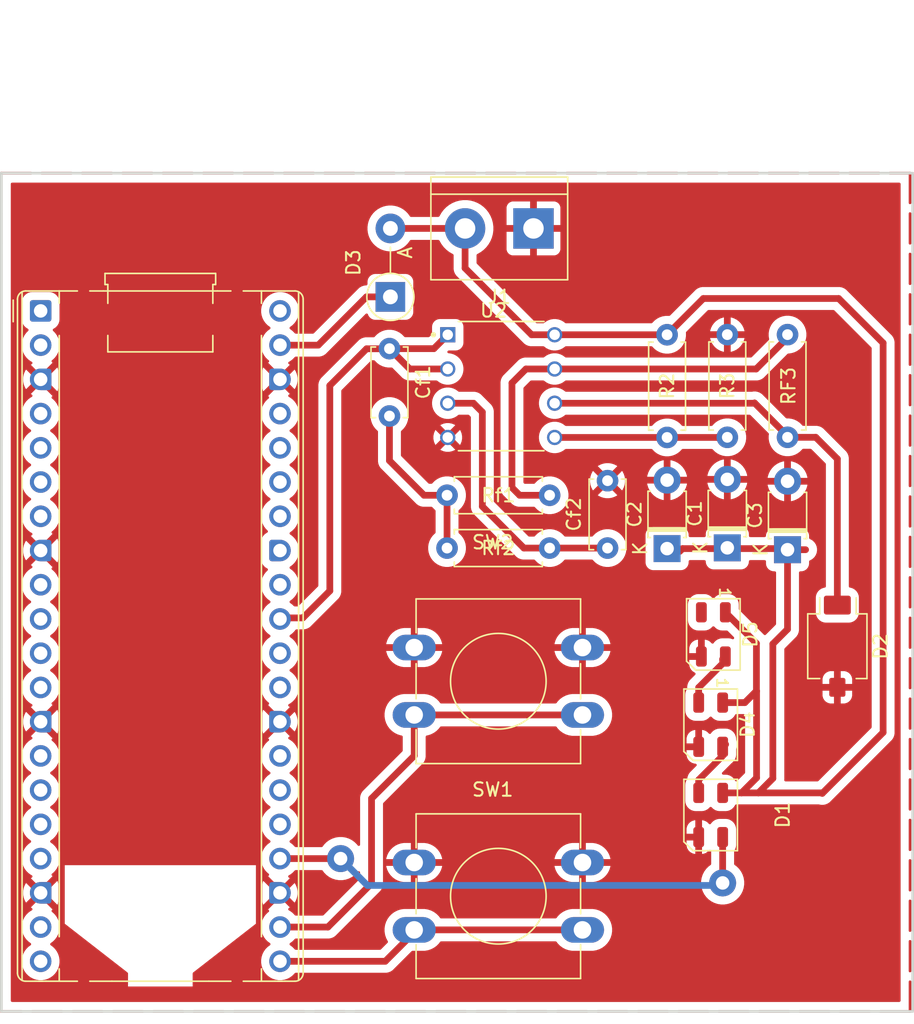
<source format=kicad_pcb>
(kicad_pcb (version 20241229) (generator "pcbnew") (generator_version "9.0")
  (layers (0 "F.Cu" signal) (2 "B.Cu" signal) (13 "F.Paste" user) (15 "B.Paste" user) (5 "F.SilkS" user "F.Silkscreen") (7 "B.SilkS" user "B.Silkscreen") (1 "F.Mask" user) (3 "B.Mask" user) (25 "Edge.Cuts" user))
  (net 0 "")
  (net 7 "GND")
  (net 24 "VCC")
  (net 31 "Net-(Cf1-Pad2)")
  (net 32 "Btn2")
  (net 33 "Btn1")
  (net 34 "Vfiltrado")
  (net 35 "Vled")
  (net 36 "Net-(U2A-+)")
  (net 37 "Net-(D2-K)")
  (net 38 "Net-(U2B-+)")
  (net 39 "/Filtro Antialiasing/Vpd")
  (net 40 "Net-(D1-DOUT)")
  (net 41 "Net-(D4-DOUT)")
  (footprint "TerminalBlock:TerminalBlock_bornier-2_P5.08mm" (layer "F.Cu") (at 122.3275 51.1 180)
    (property "Reference" "J1" (at 2.54 -5.08 0) (layer "F.SilkS"))
    (property "Value" "~")
    (fp_line (start 7.62 3.81) (end 7.62 -3.81) (stroke (width 0.12)) (layer "F.SilkS"))
    (fp_line (start 7.62 2.54) (end -2.54 2.54) (stroke (width 0.12)) (layer "F.SilkS"))
    (fp_line (start 7.62 -3.81) (end -2.54 -3.81) (stroke (width 0.12)) (layer "F.SilkS"))
    (fp_line (start -2.54 3.81) (end 7.62 3.81) (stroke (width 0.12)) (layer "F.SilkS"))
    (fp_line (start -2.54 -3.81) (end -2.54 3.81) (stroke (width 0.12)) (layer "F.SilkS"))
    (pad "1" thru_hole rect (at 0 0 180) (size 3 3) (drill 1.52) (layers "*.Cu" "*.Mask") (net 7 "GND"))
    (pad "2" thru_hole circle (at 5.08 0 180) (size 3 3) (drill 1.52) (layers "*.Cu" "*.Mask") (net 24 "VCC"))
  )
  (footprint "LED_SMD:LED_WS2812B-Mini_PLCC4_3.5x3.5mm" (layer "F.Cu") (at 135.49 87.925 -90)
    (property "Reference" "D4" (at 0 -2.75 90) (layer "F.SilkS"))
    (property "Value" "WS2812B")
    (fp_line (start -2.65 1.99) (end 1.99 1.99) (stroke (width 0.12)) (layer "F.SilkS"))
    (fp_line (start 2.65 1.3) (end 1.99 1.99) (stroke (width 0.12)) (layer "F.SilkS"))
    (fp_line (start 2.65 1.3) (end 2.65 -1.99) (stroke (width 0.12)) (layer "F.SilkS"))
    (fp_line (start -2.65 -1.99) (end -2.65 1.99) (stroke (width 0.12)) (layer "F.SilkS"))
    (fp_line (start -2.65 -1.99) (end 2.65 -1.99) (stroke (width 0.12)) (layer "F.SilkS"))
    (fp_text user "1" (at -3.1 -0.85 270) (layer "F.SilkS") (effects (font (size 0.8 0.8))))
    (pad "1" smd roundrect (at -1.64 -0.89 270) (size 1.5 0.8) (layers "F.Cu" "F.Mask" "F.Paste") (net 24 "VCC"))
    (pad "2" smd roundrect (at -1.64 0.89 270) (size 1.5 0.8) (layers "F.Cu" "F.Mask" "F.Paste") (net 41 "Net-(D4-DOUT)"))
    (pad "3" smd roundrect (at 1.64 0.89 270) (size 1.5 0.8) (layers "F.Cu" "F.Mask" "F.Paste") (net 7 "GND"))
    (pad "4" smd roundrect (at 1.64 -0.89 270) (size 1.5 0.8) (layers "F.Cu" "F.Mask" "F.Paste") (net 40 "Net-(D1-DOUT)"))
  )
  (footprint "Module:RaspberryPi_Pico_Common_THT" (layer "F.Cu") (at 85.72 57.22)
    (property "Reference" "A1" (hide yes))
    (property "Value" "RaspberryPi_Pico_W")
    (fp_line (start -2.04 0.8) (end -2.04 -0.8) (stroke (width 0.12)) (layer "F.SilkS"))
    (fp_line (start -1.72 -0.87) (end -1.72 49.13) (stroke (width 0.12)) (layer "F.SilkS"))
    (fp_line (start -1.38 -1.417) (end -1.38 49.677) (stroke (width 0.12)) (layer "F.SilkS"))
    (fp_line (start -1.11 -1.48) (end 1.38 -1.48) (stroke (width 0.12)) (layer "F.SilkS"))
    (fp_line (start -1.11 49.74) (end 2.727939 49.74) (stroke (width 0.12)) (layer "F.SilkS"))
    (fp_line (start 1.38 -1.48) (end 1.38 -0.56648) (stroke (width 0.12)) (layer "F.SilkS"))
    (fp_line (start 1.38 -1.48) (end 2.72794 -1.48) (stroke (width 0.12)) (layer "F.SilkS"))
    (fp_line (start 1.38 1.82648) (end 1.38 46.43352) (stroke (width 0.12)) (layer "F.SilkS"))
    (fp_line (start 1.38 48.82648) (end 1.38 49.74) (stroke (width 0.12)) (layer "F.SilkS"))
    (fp_line (start 3.652061 -1.48) (end 4.655 -1.48) (stroke (width 0.12)) (layer "F.SilkS"))
    (fp_line (start 4.655 -1.48) (end 13.125 -1.48) (stroke (width 0.12)) (layer "F.SilkS"))
    (fp_line (start 4.78 -2.78) (end 4.78 -1.96) (stroke (width 0.12)) (layer "F.SilkS"))
    (fp_line (start 4.78 -2.78) (end 13 -2.78) (stroke (width 0.12)) (layer "F.SilkS"))
    (fp_line (start 4.78 -1.96) (end 4.99 -1.96) (stroke (width 0.12)) (layer "F.SilkS"))
    (fp_line (start 4.99 -1.96) (end 4.99 -0.564) (stroke (width 0.12)) (layer "F.SilkS"))
    (fp_line (start 4.99 1.824) (end 4.99 3.04) (stroke (width 0.12)) (layer "F.SilkS"))
    (fp_line (start 5.29 49.74) (end 3.652061 49.74) (stroke (width 0.12)) (layer "F.SilkS"))
    (fp_line (start 12.49 49.74) (end 5.29 49.74) (stroke (width 0.12)) (layer "F.SilkS"))
    (fp_line (start 12.79 -1.96) (end 12.79 -0.564) (stroke (width 0.12)) (layer "F.SilkS"))
    (fp_line (start 12.79 1.824) (end 12.79 3.04) (stroke (width 0.12)) (layer "F.SilkS"))
    (fp_line (start 12.79 3.04) (end 4.99 3.04) (stroke (width 0.12)) (layer "F.SilkS"))
    (fp_line (start 13 -2.78) (end 13 -1.96) (stroke (width 0.12)) (layer "F.SilkS"))
    (fp_line (start 13 -1.96) (end 12.79 -1.96) (stroke (width 0.12)) (layer "F.SilkS"))
    (fp_line (start 13.125 -1.48) (end 14.127939 -1.48) (stroke (width 0.12)) (layer "F.SilkS"))
    (fp_line (start 14.127939 49.74) (end 12.49 49.74) (stroke (width 0.12)) (layer "F.SilkS"))
    (fp_line (start 15.052061 -1.48) (end 16.4 -1.48) (stroke (width 0.12)) (layer "F.SilkS"))
    (fp_line (start 15.052061 49.74) (end 18.89 49.74) (stroke (width 0.12)) (layer "F.SilkS"))
    (fp_line (start 16.4 -1.48) (end 16.4 -0.56648) (stroke (width 0.12)) (layer "F.SilkS"))
    (fp_line (start 16.4 1.82648) (end 16.4 46.43352) (stroke (width 0.12)) (layer "F.SilkS"))
    (fp_line (start 16.4 48.82648) (end 16.4 49.74) (stroke (width 0.12)) (layer "F.SilkS"))
    (fp_line (start 18.89 -1.48) (end 16.4 -1.48) (stroke (width 0.12)) (layer "F.SilkS"))
    (fp_line (start 19.16 49.677) (end 19.16 -1.417) (stroke (width 0.12)) (layer "F.SilkS"))
    (fp_line (start 19.5 -0.87) (end 19.5 49.13) (stroke (width 0.12)) (layer "F.SilkS"))
    (fp_arc (start -1.72 -0.87) (mid -1.541335 -1.301335) (end -1.11 -1.48) (stroke (width 0.12)) (layer "F.SilkS"))
    (fp_arc (start -1.11 49.74) (mid -1.541364 49.561364) (end -1.72 49.13) (stroke (width 0.12)) (layer "F.SilkS"))
    (fp_arc (start 18.89 -1.48) (mid 19.321335 -1.301335) (end 19.5 -0.87) (stroke (width 0.12)) (layer "F.SilkS"))
    (fp_arc (start 19.5 49.13) (mid 19.321335 49.561335) (end 18.89 49.74) (stroke (width 0.12)) (layer "F.SilkS"))
    (pad "1" thru_hole roundrect (at 0 0) (size 1.6 1.6) (drill 1) (layers "*.Cu" "*.Mask") (roundrect_rratio 0.125))
    (pad "2" thru_hole circle (at 0 2.54) (size 1.6 1.6) (drill 1) (layers "*.Cu" "*.Mask"))
    (pad "3" thru_hole custom (at 0 5.08) (size 1.6 1.6) (drill 1) (layers "*.Cu" "*.Mask") (net 7 "GND") (options (clearance outline) (anchor circle)) (primitives (gr_poly (pts (xy 0.8 0.6) (xy 0.8 -0.6) (xy 0.6 -0.8) (xy 0 -0.8) (xy 0 0.8) (xy 0.6 0.8)) (width 0) (fill yes)) (gr_circle (center 0.6 0.6) (end 0.8 0.6) (width 0) (fill yes)) (gr_circle (center 0.6 -0.6) (end 0.8 -0.6) (width 0) (fill yes))))
    (pad "4" thru_hole circle (at 0 7.62) (size 1.6 1.6) (drill 1) (layers "*.Cu" "*.Mask"))
    (pad "5" thru_hole circle (at 0 10.16) (size 1.6 1.6) (drill 1) (layers "*.Cu" "*.Mask"))
    (pad "6" thru_hole circle (at 0 12.7) (size 1.6 1.6) (drill 1) (layers "*.Cu" "*.Mask"))
    (pad "7" thru_hole circle (at 0 15.24) (size 1.6 1.6) (drill 1) (layers "*.Cu" "*.Mask"))
    (pad "8" thru_hole custom (at 0 17.78) (size 1.6 1.6) (drill 1) (layers "*.Cu" "*.Mask") (net 7 "GND") (options (clearance outline) (anchor circle)) (primitives (gr_poly (pts (xy 0.8 0.6) (xy 0.8 -0.6) (xy 0.6 -0.8) (xy 0 -0.8) (xy 0 0.8) (xy 0.6 0.8)) (width 0) (fill yes)) (gr_circle (center 0.6 0.6) (end 0.8 0.6) (width 0) (fill yes)) (gr_circle (center 0.6 -0.6) (end 0.8 -0.6) (width 0) (fill yes))))
    (pad "9" thru_hole circle (at 0 20.32) (size 1.6 1.6) (drill 1) (layers "*.Cu" "*.Mask"))
    (pad "10" thru_hole circle (at 0 22.86) (size 1.6 1.6) (drill 1) (layers "*.Cu" "*.Mask"))
    (pad "11" thru_hole circle (at 0 25.4) (size 1.6 1.6) (drill 1) (layers "*.Cu" "*.Mask"))
    (pad "12" thru_hole circle (at 0 27.94) (size 1.6 1.6) (drill 1) (layers "*.Cu" "*.Mask"))
    (pad "13" thru_hole custom (at 0 30.48) (size 1.6 1.6) (drill 1) (layers "*.Cu" "*.Mask") (net 7 "GND") (options (clearance outline) (anchor circle)) (primitives (gr_poly (pts (xy 0.8 0.6) (xy 0.8 -0.6) (xy 0.6 -0.8) (xy 0 -0.8) (xy 0 0.8) (xy 0.6 0.8)) (width 0) (fill yes)) (gr_circle (center 0.6 0.6) (end 0.8 0.6) (width 0) (fill yes)) (gr_circle (center 0.6 -0.6) (end 0.8 -0.6) (width 0) (fill yes))))
    (pad "14" thru_hole circle (at 0 33.02) (size 1.6 1.6) (drill 1) (layers "*.Cu" "*.Mask"))
    (pad "15" thru_hole circle (at 0 35.56) (size 1.6 1.6) (drill 1) (layers "*.Cu" "*.Mask"))
    (pad "16" thru_hole circle (at 0 38.1) (size 1.6 1.6) (drill 1) (layers "*.Cu" "*.Mask"))
    (pad "17" thru_hole circle (at 0 40.64) (size 1.6 1.6) (drill 1) (layers "*.Cu" "*.Mask"))
    (pad "18" thru_hole custom (at 0 43.18) (size 1.6 1.6) (drill 1) (layers "*.Cu" "*.Mask") (net 7 "GND") (options (clearance outline) (anchor circle)) (primitives (gr_poly (pts (xy 0.8 0.6) (xy 0.8 -0.6) (xy 0.6 -0.8) (xy 0 -0.8) (xy 0 0.8) (xy 0.6 0.8)) (width 0) (fill yes)) (gr_circle (center 0.6 0.6) (end 0.8 0.6) (width 0) (fill yes)) (gr_circle (center 0.6 -0.6) (end 0.8 -0.6) (width 0) (fill yes))))
    (pad "19" thru_hole circle (at 0 45.72) (size 1.6 1.6) (drill 1) (layers "*.Cu" "*.Mask"))
    (pad "20" thru_hole circle (at 0 48.26) (size 1.6 1.6) (drill 1) (layers "*.Cu" "*.Mask"))
    (pad "21" thru_hole circle (at 17.78 48.26) (size 1.6 1.6) (drill 1) (layers "*.Cu" "*.Mask") (net 33 "Btn1"))
    (pad "22" thru_hole circle (at 17.78 45.72) (size 1.6 1.6) (drill 1) (layers "*.Cu" "*.Mask") (net 32 "Btn2"))
    (pad "23" thru_hole custom (at 17.78 43.18) (size 1.6 1.6) (drill 1) (layers "*.Cu" "*.Mask") (net 7 "GND") (options (clearance outline) (anchor circle)) (primitives (gr_poly (pts (xy -0.8 0.6) (xy -0.8 -0.6) (xy -0.6 -0.8) (xy 0 -0.8) (xy 0 0.8) (xy -0.6 0.8)) (width 0) (fill yes)) (gr_circle (center -0.6 0.6) (end -0.4 0.6) (width 0) (fill yes)) (gr_circle (center -0.6 -0.6) (end -0.4 -0.6) (width 0) (fill yes))))
    (pad "24" thru_hole circle (at 17.78 40.64) (size 1.6 1.6) (drill 1) (layers "*.Cu" "*.Mask") (net 35 "Vled"))
    (pad "25" thru_hole circle (at 17.78 38.1) (size 1.6 1.6) (drill 1) (layers "*.Cu" "*.Mask"))
    (pad "26" thru_hole circle (at 17.78 35.56) (size 1.6 1.6) (drill 1) (layers "*.Cu" "*.Mask"))
    (pad "27" thru_hole circle (at 17.78 33.02) (size 1.6 1.6) (drill 1) (layers "*.Cu" "*.Mask"))
    (pad "28" thru_hole custom (at 17.78 30.48) (size 1.6 1.6) (drill 1) (layers "*.Cu" "*.Mask") (net 7 "GND") (options (clearance outline) (anchor circle)) (primitives (gr_poly (pts (xy -0.8 0.6) (xy -0.8 -0.6) (xy -0.6 -0.8) (xy 0 -0.8) (xy 0 0.8) (xy -0.6 0.8)) (width 0) (fill yes)) (gr_circle (center -0.6 0.6) (end -0.4 0.6) (width 0) (fill yes)) (gr_circle (center -0.6 -0.6) (end -0.4 -0.6) (width 0) (fill yes))))
    (pad "29" thru_hole circle (at 17.78 27.94) (size 1.6 1.6) (drill 1) (layers "*.Cu" "*.Mask"))
    (pad "30" thru_hole circle (at 17.78 25.4) (size 1.6 1.6) (drill 1) (layers "*.Cu" "*.Mask"))
    (pad "31" thru_hole circle (at 17.78 22.86) (size 1.6 1.6) (drill 1) (layers "*.Cu" "*.Mask") (net 34 "Vfiltrado"))
    (pad "32" thru_hole circle (at 17.78 20.32) (size 1.6 1.6) (drill 1) (layers "*.Cu" "*.Mask"))
    (pad "33" thru_hole custom (at 17.78 17.78) (size 1.6 1.6) (drill 1) (layers "*.Cu" "*.Mask") (options (clearance outline) (anchor circle)) (primitives (gr_poly (pts (xy -0.8 0.6) (xy -0.8 -0.6) (xy -0.6 -0.8) (xy 0 -0.8) (xy 0 0.8) (xy -0.6 0.8)) (width 0) (fill yes)) (gr_circle (center -0.6 0.6) (end -0.4 0.6) (width 0) (fill yes)) (gr_circle (center -0.6 -0.6) (end -0.4 -0.6) (width 0) (fill yes))))
    (pad "34" thru_hole circle (at 17.78 15.24) (size 1.6 1.6) (drill 1) (layers "*.Cu" "*.Mask"))
    (pad "35" thru_hole circle (at 17.78 12.7) (size 1.6 1.6) (drill 1) (layers "*.Cu" "*.Mask"))
    (pad "36" thru_hole circle (at 17.78 10.16) (size 1.6 1.6) (drill 1) (layers "*.Cu" "*.Mask"))
    (pad "37" thru_hole circle (at 17.78 7.62) (size 1.6 1.6) (drill 1) (layers "*.Cu" "*.Mask"))
    (pad "38" thru_hole custom (at 17.78 5.08) (size 1.6 1.6) (drill 1) (layers "*.Cu" "*.Mask") (net 7 "GND") (options (clearance outline) (anchor circle)) (primitives (gr_poly (pts (xy -0.8 0.6) (xy -0.8 -0.6) (xy -0.6 -0.8) (xy 0 -0.8) (xy 0 0.8) (xy -0.6 0.8)) (width 0) (fill yes)) (gr_circle (center -0.6 0.6) (end -0.4 0.6) (width 0) (fill yes)) (gr_circle (center -0.6 -0.6) (end -0.4 -0.6) (width 0) (fill yes))))
    (pad "39" thru_hole circle (at 17.78 2.54) (size 1.6 1.6) (drill 1) (layers "*.Cu" "*.Mask") (net 24 "VCC"))
    (pad "40" thru_hole circle (at 17.78 0) (size 1.6 1.6) (drill 1) (layers "*.Cu" "*.Mask"))
    (zone (net 0) (net_name "") (layers "F.Cu" "B.Cu" "F.Paste" "B.Paste") (name "Antenna Copper Keep Out") (connect_pads (clearance 0)) (min_thickness 0.254)
      (keepout (tracks not_allowed) (vias not_allowed) (pads not_allowed) (copperpour not_allowed) (footprints allowed))
      (fill (thermal_gap 0.508) (thermal_bridge_width 0.508))
      (polygon (pts (xy 92.21 106.339895) (xy 87.51 102.689895) (xy 87.51 98.35) (xy 101.71 98.35) (xy 101.71 102.689895) (xy 97.01 106.339895) (xy 97.01 107.35) (xy 92.21 107.35)))
    )
  )
  (footprint "LED_SMD:LED_WS2812B-Mini_PLCC4_3.5x3.5mm" (layer "F.Cu") (at 135.49 94.625 -90)
    (property "Reference" "D1" (at 0 -5.35 90) (layer "F.SilkS"))
    (property "Value" "WS2812B")
    (fp_line (start -2.65 1.99) (end 1.99 1.99) (stroke (width 0.12)) (layer "F.SilkS"))
    (fp_line (start 2.65 1.3) (end 1.99 1.99) (stroke (width 0.12)) (layer "F.SilkS"))
    (fp_line (start 2.65 1.3) (end 2.65 -1.99) (stroke (width 0.12)) (layer "F.SilkS"))
    (fp_line (start -2.65 -1.99) (end -2.65 1.99) (stroke (width 0.12)) (layer "F.SilkS"))
    (fp_line (start -2.65 -1.99) (end 2.65 -1.99) (stroke (width 0.12)) (layer "F.SilkS"))
    (pad "1" smd roundrect (at -1.64 -0.89 270) (size 1.5 0.8) (layers "F.Cu" "F.Mask" "F.Paste") (net 24 "VCC"))
    (pad "2" smd roundrect (at -1.64 0.89 270) (size 1.5 0.8) (layers "F.Cu" "F.Mask" "F.Paste") (net 40 "Net-(D1-DOUT)"))
    (pad "3" smd roundrect (at 1.64 0.89 270) (size 1.5 0.8) (layers "F.Cu" "F.Mask" "F.Paste") (net 7 "GND"))
    (pad "4" smd roundrect (at 1.64 -0.89 270) (size 1.5 0.8) (layers "F.Cu" "F.Mask" "F.Paste") (net 35 "Vled"))
  )
  (footprint "Button_Switch_THT:SW_PUSH-12mm" (layer "F.Cu") (at 113.4675 98.15)
    (property "Reference" "SW1" (at 5.83 -5.41 0) (layer "F.SilkS"))
    (property "Value" "SW_Push")
    (fp_line (start 0.14 -3.61) (end 0.14 -1.1) (stroke (width 0.12)) (layer "F.SilkS"))
    (fp_line (start 0.14 -3.61) (end 12.36 -3.61) (stroke (width 0.12)) (layer "F.SilkS"))
    (fp_line (start 0.14 1.2) (end 0.14 3.8) (stroke (width 0.12)) (layer "F.SilkS"))
    (fp_line (start 0.14 6.1) (end 0.14 8.61) (stroke (width 0.12)) (layer "F.SilkS"))
    (fp_line (start 12.36 -3.61) (end 12.36 -1.1) (stroke (width 0.12)) (layer "F.SilkS"))
    (fp_line (start 12.36 1.2) (end 12.36 3.8) (stroke (width 0.12)) (layer "F.SilkS"))
    (fp_line (start 12.36 6.1) (end 12.36 8.61) (stroke (width 0.12)) (layer "F.SilkS"))
    (fp_line (start 12.36 8.61) (end 0.14 8.61) (stroke (width 0.12)) (layer "F.SilkS"))
    (fp_circle (center 6.25 2.5) (end 9.8 2.5) (stroke (width 0.12)) (fill no) (layer "F.SilkS"))
    (pad "1" thru_hole oval (at 0 0) (size 3.2 1.9) (drill 1.3) (layers "*.Cu" "*.Mask") (net 7 "GND"))
    (pad "1" thru_hole oval (at 12.5 0) (size 3.2 1.9) (drill 1.3) (layers "*.Cu" "*.Mask") (net 7 "GND"))
    (pad "2" thru_hole oval (at 0 5) (size 3.2 1.9) (drill 1.3) (layers "*.Cu" "*.Mask") (net 33 "Btn1"))
    (pad "2" thru_hole oval (at 12.5 5) (size 3.2 1.9) (drill 1.3) (layers "*.Cu" "*.Mask") (net 33 "Btn1"))
  )
  (footprint "Resistor_THT:R_Axial_DIN0207_L6.3mm_D2.5mm_P7.62mm_Horizontal" (layer "F.Cu") (at 115.9075 74.818149)
    (property "Reference" "Rf2" (at 3.81 0 0) (layer "F.SilkS"))
    (property "Value" "22k")
    (fp_line (start 0.54 -1.37) (end 7.08 -1.37) (stroke (width 0.12)) (layer "F.SilkS"))
    (fp_line (start 0.54 -1.04) (end 0.54 -1.37) (stroke (width 0.12)) (layer "F.SilkS"))
    (fp_line (start 0.54 1.04) (end 0.54 1.37) (stroke (width 0.12)) (layer "F.SilkS"))
    (fp_line (start 0.54 1.37) (end 7.08 1.37) (stroke (width 0.12)) (layer "F.SilkS"))
    (fp_line (start 7.08 -1.37) (end 7.08 -1.04) (stroke (width 0.12)) (layer "F.SilkS"))
    (fp_line (start 7.08 1.37) (end 7.08 1.04) (stroke (width 0.12)) (layer "F.SilkS"))
    (pad "1" thru_hole circle (at 0 0) (size 1.6 1.6) (drill 0.8) (layers "*.Cu" "*.Mask") (net 31 "Net-(Cf1-Pad2)"))
    (pad "2" thru_hole oval (at 7.62 0) (size 1.6 1.6) (drill 0.8) (layers "*.Cu" "*.Mask") (net 36 "Net-(U2A-+)"))
  )
  (footprint "Capacitor_THT:C_Disc_D5.0mm_W2.5mm_P5.00mm" (layer "F.Cu") (at 127.83 74.818149 90)
    (property "Reference" "Cf2" (at 2.5 -2.5 90) (layer "F.SilkS"))
    (property "Value" "25n")
    (fp_line (start 5.12 -1.37) (end 5.12 -1.033) (stroke (width 0.12)) (layer "F.SilkS"))
    (fp_line (start -0.12 -1.37) (end 5.12 -1.37) (stroke (width 0.12)) (layer "F.SilkS"))
    (fp_line (start -0.12 -1.37) (end -0.12 -1.033) (stroke (width 0.12)) (layer "F.SilkS"))
    (fp_line (start 5.12 1.033) (end 5.12 1.37) (stroke (width 0.12)) (layer "F.SilkS"))
    (fp_line (start -0.12 1.033) (end -0.12 1.37) (stroke (width 0.12)) (layer "F.SilkS"))
    (fp_line (start -0.12 1.37) (end 5.12 1.37) (stroke (width 0.12)) (layer "F.SilkS"))
    (pad "1" thru_hole circle (at 0 0 90) (size 1.6 1.6) (drill 0.8) (layers "*.Cu" "*.Mask") (net 36 "Net-(U2A-+)"))
    (pad "2" thru_hole circle (at 5 0 90) (size 1.6 1.6) (drill 0.8) (layers "*.Cu" "*.Mask") (net 7 "GND"))
  )
  (footprint "OptoDevice:Osram_BPW34S-SMD" (layer "F.Cu") (at 144.9 82.1 -90)
    (property "Reference" "D2" (at 0.01 -3.2 90) (layer "F.SilkS"))
    (property "Value" "BPW34-SMD")
    (fp_line (start -2.4 2.2) (end 2.4 2.2) (stroke (width 0.12)) (layer "F.SilkS"))
    (fp_line (start 2.4 2.2) (end 2.4 1.31) (stroke (width 0.12)) (layer "F.SilkS"))
    (fp_line (start -3.59 1.31) (end -2.4 1.31) (stroke (width 0.12)) (layer "F.SilkS"))
    (fp_line (start -2.4 1.31) (end -2.4 2.2) (stroke (width 0.12)) (layer "F.SilkS"))
    (fp_line (start -2.41 -1.4) (end -3.59 -1.4) (stroke (width 0.12)) (layer "F.SilkS"))
    (fp_line (start 2.4 -1.4) (end 2.4 -2.2) (stroke (width 0.12)) (layer "F.SilkS"))
    (fp_line (start -2.4 -2.2) (end -2.4 -1.4) (stroke (width 0.12)) (layer "F.SilkS"))
    (fp_line (start 2.4 -2.2) (end -2.4 -2.2) (stroke (width 0.12)) (layer "F.SilkS"))
    (pad "1" smd roundrect (at -3.05 0 90) (size 1.4 2) (layers "F.Cu" "F.Mask") (roundrect_rratio 0.125) (net 37 "Net-(D2-K)"))
    (pad "2" smd roundrect (at 3.05 0 90) (size 1.4 1.2) (layers "F.Cu" "F.Mask") (roundrect_rratio 0.125) (net 7 "GND"))
  )
  (footprint "Diode_THT:D_T-1_P5.08mm_Horizontal" (layer "F.Cu") (at 141.2 74.94 90)
    (property "Reference" "C3" (at 2.54 -2.42 90) (layer "F.SilkS"))
    (property "Value" "C")
    (fp_line (start 4.26 -1.42) (end 4.26 -1.24) (stroke (width 0.12)) (layer "F.SilkS") (net 1))
    (fp_line (start 1.54 -1.42) (end 1.54 1.42) (stroke (width 0.12)) (layer "F.SilkS") (net 1))
    (fp_line (start 1.42 -1.42) (end 1.42 1.42) (stroke (width 0.12)) (layer "F.SilkS") (net 1))
    (fp_line (start 1.3 -1.42) (end 1.3 1.42) (stroke (width 0.12)) (layer "F.SilkS") (net 1))
    (fp_line (start 0.82 -1.42) (end 4.26 -1.42) (stroke (width 0.12)) (layer "F.SilkS") (net 1))
    (fp_line (start 0.82 -1.24) (end 0.82 -1.42) (stroke (width 0.12)) (layer "F.SilkS") (net 1))
    (fp_line (start 0.82 1.24) (end 0.82 1.42) (stroke (width 0.12)) (layer "F.SilkS") (net 1))
    (fp_line (start 4.26 1.42) (end 4.26 1.24) (stroke (width 0.12)) (layer "F.SilkS") (net 1))
    (fp_line (start 0.82 1.42) (end 4.26 1.42) (stroke (width 0.12)) (layer "F.SilkS") (net 1))
    (fp_text user "K" (at 0 -2 90) (layer "F.SilkS"))
    (pad "1" thru_hole rect (at 0 0 90) (size 2 2) (drill 1) (layers "*.Cu" "*.Mask") (net 24 "VCC"))
    (pad "2" thru_hole oval (at 5.08 0 90) (size 2 2) (drill 1) (layers "*.Cu" "*.Mask") (net 7 "GND"))
  )
  (footprint "custom:LM358" (layer "F.Cu") (at 119.93 62.8)
    (property "Reference" "U2" (at -0.565 -5.607 0) (layer "F.SilkS"))
    (property "Value" "LM358")
    (fp_line (start -3.175 -4.795) (end 3.175 -4.795) (stroke (width 0.127)) (layer "F.SilkS"))
    (fp_line (start -3.175 4.795) (end 3.175 4.795) (stroke (width 0.127)) (layer "F.SilkS"))
    (fp_circle (center -5.035 -3.81) (end -4.935 -3.81) (stroke (width 0.2)) (fill no) (layer "F.SilkS"))
    (pad "1" thru_hole rect (at -3.97 -3.81) (size 1.13 1.13) (drill 0.78) (layers "*.Cu" "*.Mask") (net 34 "Vfiltrado"))
    (pad "2" thru_hole circle (at -3.97 -1.27) (size 1.13 1.13) (drill 0.78) (layers "*.Cu" "*.Mask") (net 34 "Vfiltrado"))
    (pad "3" thru_hole circle (at -3.97 1.27) (size 1.13 1.13) (drill 0.78) (layers "*.Cu" "*.Mask") (net 36 "Net-(U2A-+)"))
    (pad "4" thru_hole circle (at -3.97 3.81) (size 1.13 1.13) (drill 0.78) (layers "*.Cu" "*.Mask") (net 7 "GND"))
    (pad "5" thru_hole circle (at 3.97 3.81) (size 1.13 1.13) (drill 0.78) (layers "*.Cu" "*.Mask") (net 38 "Net-(U2B-+)"))
    (pad "6" thru_hole circle (at 3.97 1.27) (size 1.13 1.13) (drill 0.78) (layers "*.Cu" "*.Mask") (net 37 "Net-(D2-K)"))
    (pad "7" thru_hole circle (at 3.97 -1.27) (size 1.13 1.13) (drill 0.78) (layers "*.Cu" "*.Mask") (net 39 "/Filtro Antialiasing/Vpd"))
    (pad "8" thru_hole circle (at 3.97 -3.81) (size 1.13 1.13) (drill 0.78) (layers "*.Cu" "*.Mask") (net 24 "VCC"))
  )
  (footprint "LED_SMD:LED_WS2812B-Mini_PLCC4_3.5x3.5mm" (layer "F.Cu") (at 135.69 81.225 -90)
    (property "Reference" "D5" (at 0 -2.75 90) (layer "F.SilkS"))
    (property "Value" "WS2812B")
    (fp_line (start -2.65 1.99) (end 1.99 1.99) (stroke (width 0.12)) (layer "F.SilkS"))
    (fp_line (start 2.65 1.3) (end 1.99 1.99) (stroke (width 0.12)) (layer "F.SilkS"))
    (fp_line (start 2.65 1.3) (end 2.65 -1.99) (stroke (width 0.12)) (layer "F.SilkS"))
    (fp_line (start -2.65 -1.99) (end -2.65 1.99) (stroke (width 0.12)) (layer "F.SilkS"))
    (fp_line (start -2.65 -1.99) (end 2.65 -1.99) (stroke (width 0.12)) (layer "F.SilkS"))
    (fp_text user "1" (at -3.1 -0.85 270) (layer "F.SilkS") (effects (font (size 0.8 0.8))))
    (pad "1" smd roundrect (at -1.64 -0.89 270) (size 1.5 0.8) (layers "F.Cu" "F.Mask" "F.Paste") (net 24 "VCC"))
    (pad "2" smd roundrect (at -1.64 0.89 270) (size 1.5 0.8) (layers "F.Cu" "F.Mask" "F.Paste"))
    (pad "3" smd roundrect (at 1.64 0.89 270) (size 1.5 0.8) (layers "F.Cu" "F.Mask" "F.Paste") (net 7 "GND"))
    (pad "4" smd roundrect (at 1.64 -0.89 270) (size 1.5 0.8) (layers "F.Cu" "F.Mask" "F.Paste") (net 41 "Net-(D4-DOUT)"))
  )
  (footprint "Diode_THT:D_DO-41_SOD81_P5.08mm_Vertical_AnodeUp" (layer "F.Cu") (at 111.7 56.18 90)
    (property "Reference" "D3" (at 2.54 -2.750635 90) (layer "F.SilkS"))
    (property "Value" "D_Schottky")
    (fp_line (start 1.750635 0) (end 3.68 0) (stroke (width 0.12)) (layer "F.SilkS"))
    (fp_circle (center 0 0) (end 1.750635 0) (stroke (width 0.12)) (fill no) (layer "F.SilkS"))
    (fp_text user "A" (at 3.28 1.1 90) (layer "F.SilkS"))
    (pad "1" thru_hole rect (at 0 0 90) (size 2.2 2.2) (drill 1.1) (layers "*.Cu" "*.Mask") (net 24 "VCC"))
    (pad "2" thru_hole oval (at 5.08 0 90) (size 2.2 2.2) (drill 1.1) (layers "*.Cu" "*.Mask") (net 24 "VCC"))
  )
  (footprint "Diode_THT:D_T-1_P5.08mm_Horizontal" (layer "F.Cu") (at 136.726667 74.8 90)
    (property "Reference" "C1" (at 2.54 -2.42 90) (layer "F.SilkS"))
    (property "Value" "C")
    (fp_line (start 4.26 -1.42) (end 4.26 -1.24) (stroke (width 0.12)) (layer "F.SilkS") (net 1))
    (fp_line (start 1.54 -1.42) (end 1.54 1.42) (stroke (width 0.12)) (layer "F.SilkS") (net 1))
    (fp_line (start 1.42 -1.42) (end 1.42 1.42) (stroke (width 0.12)) (layer "F.SilkS") (net 1))
    (fp_line (start 1.3 -1.42) (end 1.3 1.42) (stroke (width 0.12)) (layer "F.SilkS") (net 1))
    (fp_line (start 0.82 -1.42) (end 4.26 -1.42) (stroke (width 0.12)) (layer "F.SilkS") (net 1))
    (fp_line (start 0.82 -1.24) (end 0.82 -1.42) (stroke (width 0.12)) (layer "F.SilkS") (net 1))
    (fp_line (start 0.82 1.24) (end 0.82 1.42) (stroke (width 0.12)) (layer "F.SilkS") (net 1))
    (fp_line (start 4.26 1.42) (end 4.26 1.24) (stroke (width 0.12)) (layer "F.SilkS") (net 1))
    (fp_line (start 0.82 1.42) (end 4.26 1.42) (stroke (width 0.12)) (layer "F.SilkS") (net 1))
    (fp_text user "K" (at 0 -2 90) (layer "F.SilkS"))
    (pad "1" thru_hole rect (at 0 0 90) (size 2 2) (drill 1) (layers "*.Cu" "*.Mask") (net 24 "VCC"))
    (pad "2" thru_hole oval (at 5.08 0 90) (size 2 2) (drill 1) (layers "*.Cu" "*.Mask") (net 7 "GND"))
  )
  (footprint "Button_Switch_THT:SW_PUSH-12mm" (layer "F.Cu") (at 113.4675 82.2)
    (property "Reference" "SW2" (at 5.83 -7.81 0) (layer "F.SilkS"))
    (property "Value" "SW_Push")
    (fp_line (start 0.14 -3.61) (end 0.14 -1.1) (stroke (width 0.12)) (layer "F.SilkS"))
    (fp_line (start 0.14 -3.61) (end 12.36 -3.61) (stroke (width 0.12)) (layer "F.SilkS"))
    (fp_line (start 0.14 1.2) (end 0.14 3.8) (stroke (width 0.12)) (layer "F.SilkS"))
    (fp_line (start 0.14 6.1) (end 0.14 8.61) (stroke (width 0.12)) (layer "F.SilkS"))
    (fp_line (start 12.36 -3.61) (end 12.36 -1.1) (stroke (width 0.12)) (layer "F.SilkS"))
    (fp_line (start 12.36 1.2) (end 12.36 3.8) (stroke (width 0.12)) (layer "F.SilkS"))
    (fp_line (start 12.36 6.1) (end 12.36 8.61) (stroke (width 0.12)) (layer "F.SilkS"))
    (fp_line (start 12.36 8.61) (end 0.14 8.61) (stroke (width 0.12)) (layer "F.SilkS"))
    (fp_circle (center 6.25 2.5) (end 9.8 2.5) (stroke (width 0.12)) (fill no) (layer "F.SilkS"))
    (pad "1" thru_hole oval (at 0 0) (size 3.2 1.9) (drill 1.3) (layers "*.Cu" "*.Mask") (net 7 "GND"))
    (pad "1" thru_hole oval (at 12.5 0) (size 3.2 1.9) (drill 1.3) (layers "*.Cu" "*.Mask") (net 7 "GND"))
    (pad "2" thru_hole oval (at 0 5) (size 3.2 1.9) (drill 1.3) (layers "*.Cu" "*.Mask") (net 32 "Btn2"))
    (pad "2" thru_hole oval (at 12.5 5) (size 3.2 1.9) (drill 1.3) (layers "*.Cu" "*.Mask") (net 32 "Btn2"))
  )
  (footprint "Capacitor_THT:C_Disc_D5.0mm_W2.5mm_P5.00mm" (layer "F.Cu") (at 111.63 60.02 -90)
    (property "Reference" "Cf1" (at 2.5 -2.5 90) (layer "F.SilkS"))
    (property "Value" "50n")
    (fp_line (start -0.12 1.37) (end 5.12 1.37) (stroke (width 0.12)) (layer "F.SilkS"))
    (fp_line (start -0.12 1.033) (end -0.12 1.37) (stroke (width 0.12)) (layer "F.SilkS"))
    (fp_line (start 5.12 1.033) (end 5.12 1.37) (stroke (width 0.12)) (layer "F.SilkS"))
    (fp_line (start -0.12 -1.37) (end -0.12 -1.033) (stroke (width 0.12)) (layer "F.SilkS"))
    (fp_line (start -0.12 -1.37) (end 5.12 -1.37) (stroke (width 0.12)) (layer "F.SilkS"))
    (fp_line (start 5.12 -1.37) (end 5.12 -1.033) (stroke (width 0.12)) (layer "F.SilkS"))
    (pad "1" thru_hole circle (at 0 0 270) (size 1.6 1.6) (drill 0.8) (layers "*.Cu" "*.Mask") (net 34 "Vfiltrado"))
    (pad "2" thru_hole circle (at 5 0 270) (size 1.6 1.6) (drill 0.8) (layers "*.Cu" "*.Mask") (net 31 "Net-(Cf1-Pad2)"))
  )
  (footprint "Resistor_THT:R_Axial_DIN0207_L6.3mm_D2.5mm_P7.62mm_Horizontal" (layer "F.Cu") (at 132.253333 66.61 90)
    (property "Reference" "R2" (at 3.81 0 90) (layer "F.SilkS"))
    (property "Value" "10k")
    (fp_line (start 7.08 -1.37) (end 7.08 -1.04) (stroke (width 0.12)) (layer "F.SilkS"))
    (fp_line (start 0.54 -1.37) (end 7.08 -1.37) (stroke (width 0.12)) (layer "F.SilkS"))
    (fp_line (start 0.54 -1.04) (end 0.54 -1.37) (stroke (width 0.12)) (layer "F.SilkS"))
    (fp_line (start 0.54 1.04) (end 0.54 1.37) (stroke (width 0.12)) (layer "F.SilkS"))
    (fp_line (start 7.08 1.37) (end 7.08 1.04) (stroke (width 0.12)) (layer "F.SilkS"))
    (fp_line (start 0.54 1.37) (end 7.08 1.37) (stroke (width 0.12)) (layer "F.SilkS"))
    (pad "1" thru_hole circle (at 0 0 90) (size 1.6 1.6) (drill 0.8) (layers "*.Cu" "*.Mask") (net 38 "Net-(U2B-+)"))
    (pad "2" thru_hole oval (at 7.62 0 90) (size 1.6 1.6) (drill 0.8) (layers "*.Cu" "*.Mask") (net 24 "VCC"))
  )
  (footprint "Resistor_THT:R_Axial_DIN0207_L6.3mm_D2.5mm_P7.62mm_Horizontal" (layer "F.Cu") (at 136.726667 66.6 90)
    (property "Reference" "R3" (at 3.81 0 90) (layer "F.SilkS"))
    (property "Value" "6.8k")
    (fp_line (start 7.08 -1.37) (end 7.08 -1.04) (stroke (width 0.12)) (layer "F.SilkS"))
    (fp_line (start 0.54 -1.37) (end 7.08 -1.37) (stroke (width 0.12)) (layer "F.SilkS"))
    (fp_line (start 0.54 -1.04) (end 0.54 -1.37) (stroke (width 0.12)) (layer "F.SilkS"))
    (fp_line (start 0.54 1.04) (end 0.54 1.37) (stroke (width 0.12)) (layer "F.SilkS"))
    (fp_line (start 7.08 1.37) (end 7.08 1.04) (stroke (width 0.12)) (layer "F.SilkS"))
    (fp_line (start 0.54 1.37) (end 7.08 1.37) (stroke (width 0.12)) (layer "F.SilkS"))
    (pad "1" thru_hole circle (at 0 0 90) (size 1.6 1.6) (drill 0.8) (layers "*.Cu" "*.Mask") (net 38 "Net-(U2B-+)"))
    (pad "2" thru_hole oval (at 7.62 0 90) (size 1.6 1.6) (drill 0.8) (layers "*.Cu" "*.Mask") (net 7 "GND"))
  )
  (footprint "Resistor_THT:R_Axial_DIN0207_L6.3mm_D2.5mm_P7.62mm_Horizontal" (layer "F.Cu") (at 123.5275 70.9 180)
    (property "Reference" "Rf1" (at 3.81 0 0) (layer "F.SilkS"))
    (property "Value" "22k")
    (fp_line (start 7.08 1.37) (end 7.08 1.04) (stroke (width 0.12)) (layer "F.SilkS"))
    (fp_line (start 7.08 -1.37) (end 7.08 -1.04) (stroke (width 0.12)) (layer "F.SilkS"))
    (fp_line (start 0.54 1.37) (end 7.08 1.37) (stroke (width 0.12)) (layer "F.SilkS"))
    (fp_line (start 0.54 1.04) (end 0.54 1.37) (stroke (width 0.12)) (layer "F.SilkS"))
    (fp_line (start 0.54 -1.04) (end 0.54 -1.37) (stroke (width 0.12)) (layer "F.SilkS"))
    (fp_line (start 0.54 -1.37) (end 7.08 -1.37) (stroke (width 0.12)) (layer "F.SilkS"))
    (pad "1" thru_hole circle (at 0 0 180) (size 1.6 1.6) (drill 0.8) (layers "*.Cu" "*.Mask") (net 39 "/Filtro Antialiasing/Vpd"))
    (pad "2" thru_hole oval (at 7.62 0 180) (size 1.6 1.6) (drill 0.8) (layers "*.Cu" "*.Mask") (net 31 "Net-(Cf1-Pad2)"))
  )
  (footprint "Resistor_THT:R_Axial_DIN0207_L6.3mm_D2.5mm_P7.62mm_Horizontal" (layer "F.Cu") (at 141.2 66.6 90)
    (property "Reference" "RF3" (at 3.81 0.07 90) (layer "F.SilkS"))
    (property "Value" "100k")
    (fp_line (start 7.08 -1.37) (end 7.08 -1.04) (stroke (width 0.12)) (layer "F.SilkS"))
    (fp_line (start 0.54 -1.37) (end 7.08 -1.37) (stroke (width 0.12)) (layer "F.SilkS"))
    (fp_line (start 0.54 -1.04) (end 0.54 -1.37) (stroke (width 0.12)) (layer "F.SilkS"))
    (fp_line (start 0.54 1.04) (end 0.54 1.37) (stroke (width 0.12)) (layer "F.SilkS"))
    (fp_line (start 7.08 1.37) (end 7.08 1.04) (stroke (width 0.12)) (layer "F.SilkS"))
    (fp_line (start 0.54 1.37) (end 7.08 1.37) (stroke (width 0.12)) (layer "F.SilkS"))
    (pad "1" thru_hole circle (at 0 0 90) (size 1.6 1.6) (drill 0.8) (layers "*.Cu" "*.Mask") (net 37 "Net-(D2-K)"))
    (pad "2" thru_hole oval (at 7.62 0 90) (size 1.6 1.6) (drill 0.8) (layers "*.Cu" "*.Mask") (net 39 "/Filtro Antialiasing/Vpd"))
  )
  (footprint "Diode_THT:D_T-1_P5.08mm_Horizontal" (layer "F.Cu") (at 132.253333 74.858149 90)
    (property "Reference" "C2" (at 2.54 -2.42 90) (layer "F.SilkS"))
    (property "Value" "C")
    (fp_line (start 4.26 -1.42) (end 4.26 -1.24) (stroke (width 0.12)) (layer "F.SilkS"))
    (fp_line (start 1.54 -1.42) (end 1.54 1.42) (stroke (width 0.12)) (layer "F.SilkS"))
    (fp_line (start 1.42 -1.42) (end 1.42 1.42) (stroke (width 0.12)) (layer "F.SilkS"))
    (fp_line (start 1.3 -1.42) (end 1.3 1.42) (stroke (width 0.12)) (layer "F.SilkS"))
    (fp_line (start 0.82 -1.42) (end 4.26 -1.42) (stroke (width 0.12)) (layer "F.SilkS"))
    (fp_line (start 0.82 -1.24) (end 0.82 -1.42) (stroke (width 0.12)) (layer "F.SilkS"))
    (fp_line (start 0.82 1.24) (end 0.82 1.42) (stroke (width 0.12)) (layer "F.SilkS"))
    (fp_line (start 4.26 1.42) (end 4.26 1.24) (stroke (width 0.12)) (layer "F.SilkS"))
    (fp_line (start 0.82 1.42) (end 4.26 1.42) (stroke (width 0.12)) (layer "F.SilkS"))
    (fp_text user "K" (at 0 -2 90) (layer "F.SilkS"))
    (pad "1" thru_hole rect (at 0 0 90) (size 2 2) (drill 1) (layers "*.Cu" "*.Mask") (net 24 "VCC"))
    (pad "2" thru_hole oval (at 5.08 0 90) (size 2 2) (drill 1) (layers "*.Cu" "*.Mask") (net 7 "GND"))
  )
  (gr_rect (start 82.8 47) (end 150.3 109.2) (stroke (width 0.2) (type dash)) (fill no) (layer "F.Cu"))
  (gr_rect (start 82.8 47) (end 150.5 109.2) (stroke (width 0.2)) (fill no) (layer "Edge.Cuts"))
  (segment (start 137.3 69.76) (end 137.3 70) (width 0.5) (layer "F.Cu") (net 7))
  (segment (start 141.2 74.94) (end 141.2 74.8) (width 0.5) (layer "F.Cu") (net 24))
  (segment (start 123.9 58.99) (end 122.19 58.99) (width 0.5) (layer "F.Cu") (net 24))
  (segment (start 141.2 80.84) (end 141.2 74.94) (width 0.5) (layer "F.Cu") (net 24))
  (segment (start 141.118149 74.858149) (end 141.2 74.94) (width 0.5) (layer "F.Cu") (net 24))
  (segment (start 106.34 59.76) (end 103.5 59.76) (width 0.5) (layer "F.Cu") (net 24))
  (segment (start 136.38 86.285) (end 138.03 86.285) (width 0.5) (layer "F.Cu") (net 24))
  (segment (start 136.38 92.985) (end 136.42 93.025) (width 0.5) (layer "F.Cu") (net 24))
  (segment (start 136.58 79.585) (end 138.89 81.895) (width 0.5) (layer "F.Cu") (net 24))
  (segment (start 138.89 81.895) (end 138.89 85.425) (width 0.5) (layer "F.Cu") (net 24))
  (segment (start 137.78 92.985) (end 139.035 92.985) (width 0.5) (layer "F.Cu") (net 24))
  (segment (start 136.38 92.985) (end 137.78 92.985) (width 0.5) (layer "F.Cu") (net 24))
  (segment (start 123.9 58.99) (end 132.253333 58.99) (width 0.5) (layer "F.Cu") (net 24))
  (segment (start 148.3 59.6) (end 145 56.3) (width 0.5) (layer "F.Cu") (net 24))
  (segment (start 143.78 93.02) (end 148.3 88.5) (width 0.5) (layer "F.Cu") (net 24))
  (segment (start 111.7 56.18) (end 109.92 56.18) (width 0.5) (layer "F.Cu") (net 24))
  (segment (start 117.2475 51.1) (end 111.7 51.1) (width 0.5) (layer "F.Cu") (net 24))
  (segment (start 138.9 91.865) (end 137.78 92.985) (width 0.5) (layer "F.Cu") (net 24))
  (segment (start 138.9 85.435) (end 138.9 91.865) (width 0.5) (layer "F.Cu") (net 24))
  (segment (start 109.92 56.18) (end 106.34 59.76) (width 0.5) (layer "F.Cu") (net 24))
  (segment (start 140.11 81.93) (end 140.11 91.91) (width 0.5) (layer "F.Cu") (net 24))
  (segment (start 148.3 88.5) (end 148.3 59.6) (width 0.5) (layer "F.Cu") (net 24))
  (segment (start 145 56.3) (end 134.943333 56.3) (width 0.5) (layer "F.Cu") (net 24))
  (segment (start 139.035 92.985) (end 140.11 91.91) (width 0.5) (layer "F.Cu") (net 24))
  (segment (start 138.89 85.425) (end 138.9 85.435) (width 0.5) (layer "F.Cu") (net 24))
  (segment (start 133.4 74.858149) (end 141.118149 74.858149) (width 0.5) (layer "F.Cu") (net 24))
  (segment (start 133.19 75.068149) (end 133.4 74.858149) (width 0.5) (layer "F.Cu") (net 24))
  (segment (start 117.2475 54.0475) (end 117.2475 51.1) (width 0.5) (layer "F.Cu") (net 24))
  (segment (start 141.2 74.94) (end 142.54 74.94) (width 0.5) (layer "F.Cu") (net 24))
  (segment (start 136.59 79.575) (end 136.58 79.585) (width 0.5) (layer "F.Cu") (net 24))
  (segment (start 122.19 58.99) (end 117.2475 54.0475) (width 0.5) (layer "F.Cu") (net 24))
  (segment (start 139.035 92.985) (end 143.745 92.985) (width 0.5) (layer "F.Cu") (net 24))
  (segment (start 143.745 92.985) (end 143.78 93.02) (width 0.5) (layer "F.Cu") (net 24))
  (segment (start 140.11 81.93) (end 141.2 80.84) (width 0.5) (layer "F.Cu") (net 24))
  (segment (start 134.943333 56.3) (end 132.253333 58.99) (width 0.5) (layer "F.Cu") (net 24))
  (segment (start 138.03 86.285) (end 138.89 85.425) (width 0.5) (layer "F.Cu") (net 24))
  (segment (start 114.2 70.9) (end 111.63 68.33) (width 0.5) (layer "F.Cu") (net 31))
  (segment (start 111.63 68.33) (end 111.63 65.02) (width 0.5) (layer "F.Cu") (net 31))
  (segment (start 115.9075 70.9) (end 114.2 70.9) (width 0.5) (layer "F.Cu") (net 31))
  (segment (start 115.9075 74.818149) (end 115.9075 70.9) (width 0.5) (layer "F.Cu") (net 31))
  (segment (start 107.06 102.94) (end 110.3 99.7) (width 0.5) (layer "F.Cu") (net 32))
  (segment (start 110.3 99.7) (end 110.3 93.4) (width 0.5) (layer "F.Cu") (net 32))
  (segment (start 113.4675 90.2325) (end 113.4675 87.2) (width 0.5) (layer "F.Cu") (net 32))
  (segment (start 110.3 93.4) (end 113.4675 90.2325) (width 0.5) (layer "F.Cu") (net 32))
  (segment (start 103.5 102.94) (end 107.06 102.94) (width 0.5) (layer "F.Cu") (net 32))
  (segment (start 113.4675 87.2) (end 125.9675 87.2) (width 0.5) (layer "F.Cu") (net 32))
  (segment (start 111.32 105.48) (end 113.4675 103.3325) (width 0.5) (layer "F.Cu") (net 33))
  (segment (start 113.4675 103.3325) (end 113.4675 103.15) (width 0.5) (layer "F.Cu") (net 33))
  (segment (start 111.32 105.48) (end 103.5 105.48) (width 0.5) (layer "F.Cu") (net 33))
  (segment (start 113.4675 103.15) (end 125.9675 103.15) (width 0.5) (layer "F.Cu") (net 33))
  (segment (start 107.2 62.76) (end 109.93 60.03) (width 0.5) (layer "F.Cu") (net 34))
  (segment (start 105.195 80) (end 107.2 77.995) (width 0.5) (layer "F.Cu") (net 34))
  (segment (start 114.93 60.02) (end 115.96 58.99) (width 0.5) (layer "F.Cu") (net 34))
  (segment (start 107.2 77.995) (end 107.2 62.76) (width 0.5) (layer "F.Cu") (net 34))
  (segment (start 103.405 80) (end 105.195 80) (width 0.5) (layer "F.Cu") (net 34))
  (segment (start 111.63 60.02) (end 114.93 60.02) (width 0.5) (layer "F.Cu") (net 34))
  (segment (start 115.96 61.53) (end 113.14 61.53) (width 0.5) (layer "F.Cu") (net 34))
  (segment (start 113.14 61.53) (end 111.63 60.02) (width 0.5) (layer "F.Cu") (net 34))
  (segment (start 109.93 60.03) (end 111.72 60.03) (width 0.5) (layer "F.Cu") (net 34))
  (segment (start 136.38 99.665) (end 136.38 96.265) (width 0.5) (layer "F.Cu") (net 35))
  (segment (start 103.5 97.86) (end 108 97.86) (width 0.5) (layer "F.Cu") (net 35))
  (via (at 108 97.86) (size 2) (drill 1) (layers "F.Cu" "B.Cu") (net 35))
  (via (at 136.38 99.665) (size 2) (drill 1) (layers "F.Cu" "B.Cu") (net 35))
  (segment (start 136.38 99.665) (end 136.194 99.851) (width 0.5) (layer "B.Cu") (net 35))
  (segment (start 136.194 99.851) (end 109.991 99.851) (width 0.5) (layer "B.Cu") (net 35))
  (segment (start 109.991 99.851) (end 108 97.86) (width 0.5) (layer "B.Cu") (net 35))
  (segment (start 118.53 71.73) (end 121.618149 74.818149) (width 0.5) (layer "F.Cu") (net 36))
  (segment (start 117.87 64.07) (end 118.53 64.73) (width 0.5) (layer "F.Cu") (net 36))
  (segment (start 123.5275 74.818149) (end 127.83 74.818149) (width 0.5) (layer "F.Cu") (net 36))
  (segment (start 121.618149 74.818149) (end 123.5275 74.818149) (width 0.5) (layer "F.Cu") (net 36))
  (segment (start 118.53 64.73) (end 118.53 71.73) (width 0.5) (layer "F.Cu") (net 36))
  (segment (start 115.96 64.07) (end 117.87 64.07) (width 0.5) (layer "F.Cu") (net 36))
  (segment (start 144.9 68.2) (end 143.3 66.6) (width 0.5) (layer "F.Cu") (net 37))
  (segment (start 141.3 66.6) (end 138.749999 64.049999) (width 0.5) (layer "F.Cu") (net 37))
  (segment (start 138.749999 64.049999) (end 138.729998 64.07) (width 0.5) (layer "F.Cu") (net 37))
  (segment (start 144.9 78.85) (end 144.9 68.2) (width 0.5) (layer "F.Cu") (net 37))
  (segment (start 144.7 79.05) (end 144.9 78.85) (width 0.5) (layer "F.Cu") (net 37))
  (segment (start 143.3 66.6) (end 141.3 66.6) (width 0.5) (layer "F.Cu") (net 37))
  (segment (start 138.729998 64.07) (end 123.9 64.07) (width 0.5) (layer "F.Cu") (net 37))
  (segment (start 136.716667 66.61) (end 136.726667 66.6) (width 0.5) (layer "F.Cu") (net 38))
  (segment (start 123.9 66.61) (end 136.716667 66.61) (width 0.5) (layer "F.Cu") (net 38))
  (segment (start 135.99 66.61) (end 136 66.6) (width 0.5) (layer "F.Cu") (net 38))
  (segment (start 121.77 61.53) (end 120.73 62.57) (width 0.5) (layer "F.Cu") (net 39))
  (segment (start 121.3 70.9) (end 123.5275 70.9) (width 0.5) (layer "F.Cu") (net 39))
  (segment (start 123.9 61.53) (end 138.87 61.53) (width 0.5) (layer "F.Cu") (net 39))
  (segment (start 120.73 70.33) (end 121.3 70.9) (width 0.5) (layer "F.Cu") (net 39))
  (segment (start 138.87 61.53) (end 141.4 59) (width 0.5) (layer "F.Cu") (net 39))
  (segment (start 120.73 62.57) (end 120.73 70.33) (width 0.5) (layer "F.Cu") (net 39))
  (segment (start 123.9 61.53) (end 121.77 61.53) (width 0.5) (layer "F.Cu") (net 39))
  (segment (start 136.38 90.235) (end 136.38 89.565) (width 0.5) (layer "F.Cu") (net 40))
  (segment (start 134.6 92.015) (end 136.38 90.235) (width 0.5) (layer "F.Cu") (net 40))
  (segment (start 134.6 92.985) (end 134.6 92.015) (width 0.5) (layer "F.Cu") (net 40))
  (segment (start 136.6 89.385) (end 136.38 89.165) (width 0.5) (layer "F.Cu") (net 40))
  (segment (start 134.6 85.16546) (end 136.58 83.18546) (width 0.5) (layer "F.Cu") (net 41))
  (segment (start 136.38 83.19046) (end 136.38 83.065) (width 0.5) (layer "F.Cu") (net 41))
  (segment (start 134.6 85.16546) (end 134.6 86.285) (width 0.5) (layer "F.Cu") (net 41))
  (segment (start 136.58 83.18546) (end 136.58 82.865) (width 0.5) (layer "F.Cu") (net 41))
  (segment (start 136.38 83.065) (end 136.58 82.865) (width 0.5) (layer "F.Cu") (net 41))
  (zone (net 7) (net_name "GND") (layer "F.Cu") (connect_pads (clearance 0.6)) (min_thickness 0.2) (fill yes (thermal_gap 0.5) (thermal_bridge_width 0.5))
    (polygon (pts (xy 82.7 46.9) (xy 82.7 109.2) (xy 150.6 109.2) (xy 150.6 46.9)))
  )
)
</source>
